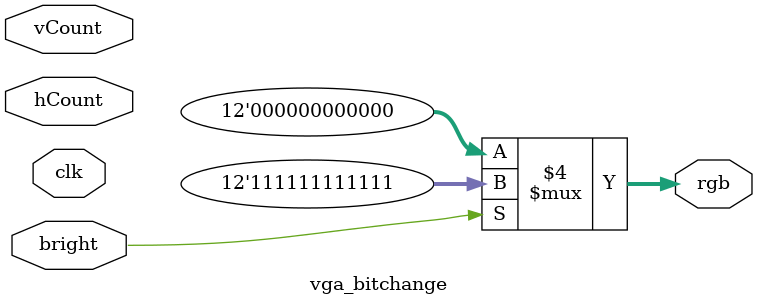
<source format=v>
`timescale 1ns / 1ps

module vga_bitchange(
	input clk,
	input bright,
	input [9:0] hCount, vCount,
	output reg [11:0] rgb
   );
	
	parameter BLACK = 12'b0000_0000_0000;
	parameter WHITE = 12'b1111_1111_1111;
	
	always@ (*) begin
    	if (~bright)
		  rgb = BLACK;
	   else 
		  rgb = WHITE;
	end
endmodule

</source>
